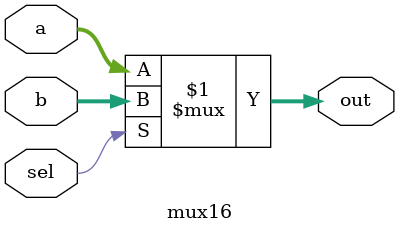
<source format=v>
module mux16(
    input [15:0] a,
    input [15:0] b,
    input sel,
    output [15:0] out
);
    assign out = sel ? b : a;
endmodule

</source>
